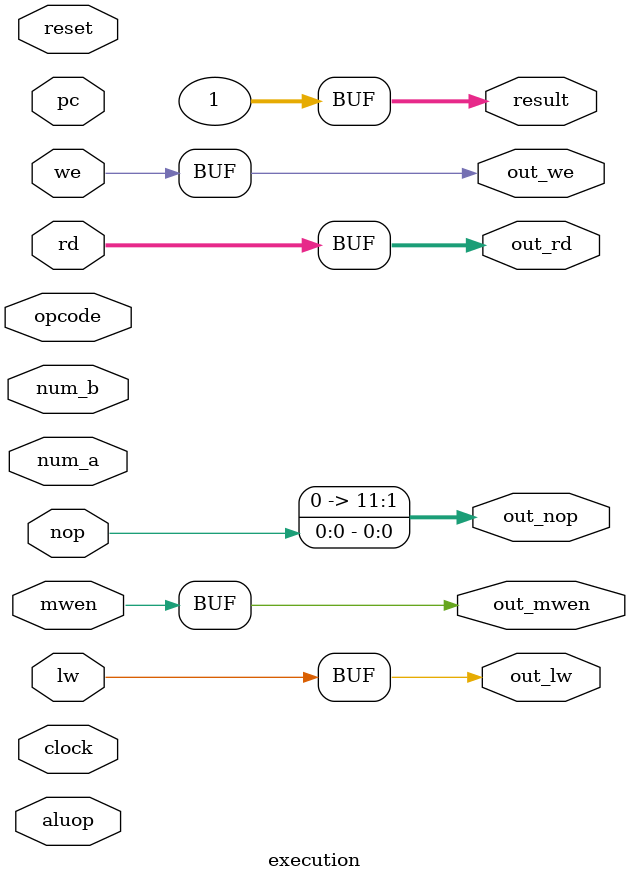
<source format=v>
module execution(

clock, reset,

pc, 

nop,



opcode,

we, mwen,

rd, aluop,


num_a, num_b,



result,

out_nop,

out_rd,

out_we, out_mwen,

lw, out_lw


);



input lw;
output out_lw; assign out_lw = lw;


input we, mwen;
output out_we, out_mwen; assign out_we = we; assign  out_mwen = mwen;

input clock, reset;

input [11:0] pc;

input nop;



input [4:0] rd, aluop, opcode;



input[31:0] num_a, num_b;




output [31:0] result;

output[11:0] out_nop; assign out_nop = nop;

output [4:0] out_rd; assign out_rd = rd;


// initiate an alu to calculate
/////////   use for test 

assign result = 32'b1;
////////


endmodule




</source>
